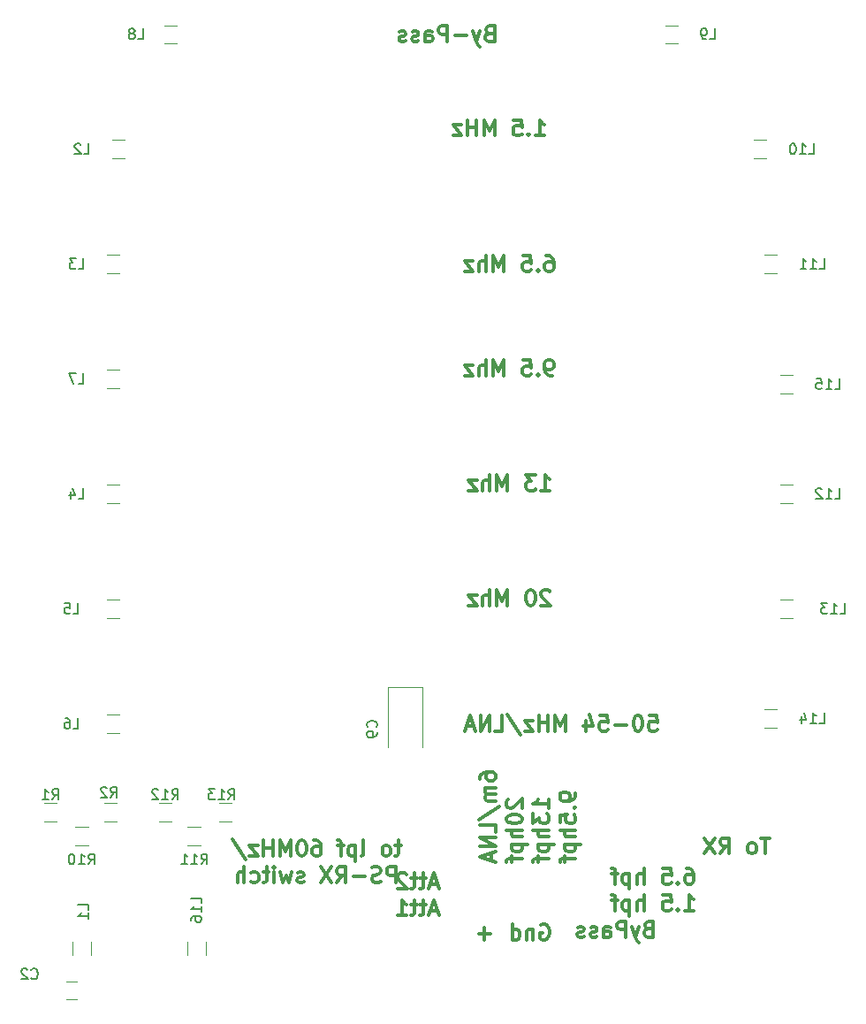
<source format=gbo>
G04 #@! TF.FileFunction,Legend,Bot*
%FSLAX46Y46*%
G04 Gerber Fmt 4.6, Leading zero omitted, Abs format (unit mm)*
G04 Created by KiCad (PCBNEW 4.0.7) date 01/10/18 20:42:15*
%MOMM*%
%LPD*%
G01*
G04 APERTURE LIST*
%ADD10C,0.100000*%
%ADD11C,0.300000*%
%ADD12C,0.120000*%
%ADD13C,0.150000*%
G04 APERTURE END LIST*
D10*
D11*
X161357142Y-84178571D02*
X162071428Y-84178571D01*
X162142857Y-84892857D01*
X162071428Y-84821429D01*
X161928571Y-84750000D01*
X161571428Y-84750000D01*
X161428571Y-84821429D01*
X161357142Y-84892857D01*
X161285714Y-85035714D01*
X161285714Y-85392857D01*
X161357142Y-85535714D01*
X161428571Y-85607143D01*
X161571428Y-85678571D01*
X161928571Y-85678571D01*
X162071428Y-85607143D01*
X162142857Y-85535714D01*
X160357143Y-84178571D02*
X160214286Y-84178571D01*
X160071429Y-84250000D01*
X160000000Y-84321429D01*
X159928571Y-84464286D01*
X159857143Y-84750000D01*
X159857143Y-85107143D01*
X159928571Y-85392857D01*
X160000000Y-85535714D01*
X160071429Y-85607143D01*
X160214286Y-85678571D01*
X160357143Y-85678571D01*
X160500000Y-85607143D01*
X160571429Y-85535714D01*
X160642857Y-85392857D01*
X160714286Y-85107143D01*
X160714286Y-84750000D01*
X160642857Y-84464286D01*
X160571429Y-84321429D01*
X160500000Y-84250000D01*
X160357143Y-84178571D01*
X159214286Y-85107143D02*
X158071429Y-85107143D01*
X156642857Y-84178571D02*
X157357143Y-84178571D01*
X157428572Y-84892857D01*
X157357143Y-84821429D01*
X157214286Y-84750000D01*
X156857143Y-84750000D01*
X156714286Y-84821429D01*
X156642857Y-84892857D01*
X156571429Y-85035714D01*
X156571429Y-85392857D01*
X156642857Y-85535714D01*
X156714286Y-85607143D01*
X156857143Y-85678571D01*
X157214286Y-85678571D01*
X157357143Y-85607143D01*
X157428572Y-85535714D01*
X155285715Y-84678571D02*
X155285715Y-85678571D01*
X155642858Y-84107143D02*
X156000001Y-85178571D01*
X155071429Y-85178571D01*
X153357144Y-85678571D02*
X153357144Y-84178571D01*
X152857144Y-85250000D01*
X152357144Y-84178571D01*
X152357144Y-85678571D01*
X151642858Y-85678571D02*
X151642858Y-84178571D01*
X151642858Y-84892857D02*
X150785715Y-84892857D01*
X150785715Y-85678571D02*
X150785715Y-84178571D01*
X150214286Y-84678571D02*
X149428572Y-84678571D01*
X150214286Y-85678571D01*
X149428572Y-85678571D01*
X147785715Y-84107143D02*
X149071429Y-86035714D01*
X146571428Y-85678571D02*
X147285714Y-85678571D01*
X147285714Y-84178571D01*
X146071428Y-85678571D02*
X146071428Y-84178571D01*
X145214285Y-85678571D01*
X145214285Y-84178571D01*
X144571428Y-85250000D02*
X143857142Y-85250000D01*
X144714285Y-85678571D02*
X144214285Y-84178571D01*
X143714285Y-85678571D01*
X151857143Y-72321429D02*
X151785714Y-72250000D01*
X151642857Y-72178571D01*
X151285714Y-72178571D01*
X151142857Y-72250000D01*
X151071428Y-72321429D01*
X151000000Y-72464286D01*
X151000000Y-72607143D01*
X151071428Y-72821429D01*
X151928571Y-73678571D01*
X151000000Y-73678571D01*
X150071429Y-72178571D02*
X149928572Y-72178571D01*
X149785715Y-72250000D01*
X149714286Y-72321429D01*
X149642857Y-72464286D01*
X149571429Y-72750000D01*
X149571429Y-73107143D01*
X149642857Y-73392857D01*
X149714286Y-73535714D01*
X149785715Y-73607143D01*
X149928572Y-73678571D01*
X150071429Y-73678571D01*
X150214286Y-73607143D01*
X150285715Y-73535714D01*
X150357143Y-73392857D01*
X150428572Y-73107143D01*
X150428572Y-72750000D01*
X150357143Y-72464286D01*
X150285715Y-72321429D01*
X150214286Y-72250000D01*
X150071429Y-72178571D01*
X147785715Y-73678571D02*
X147785715Y-72178571D01*
X147285715Y-73250000D01*
X146785715Y-72178571D01*
X146785715Y-73678571D01*
X146071429Y-73678571D02*
X146071429Y-72178571D01*
X145428572Y-73678571D02*
X145428572Y-72892857D01*
X145500001Y-72750000D01*
X145642858Y-72678571D01*
X145857143Y-72678571D01*
X146000001Y-72750000D01*
X146071429Y-72821429D01*
X144857143Y-72678571D02*
X144071429Y-72678571D01*
X144857143Y-73678571D01*
X144071429Y-73678571D01*
X151000000Y-62678571D02*
X151857143Y-62678571D01*
X151428571Y-62678571D02*
X151428571Y-61178571D01*
X151571428Y-61392857D01*
X151714286Y-61535714D01*
X151857143Y-61607143D01*
X150500000Y-61178571D02*
X149571429Y-61178571D01*
X150071429Y-61750000D01*
X149857143Y-61750000D01*
X149714286Y-61821429D01*
X149642857Y-61892857D01*
X149571429Y-62035714D01*
X149571429Y-62392857D01*
X149642857Y-62535714D01*
X149714286Y-62607143D01*
X149857143Y-62678571D01*
X150285715Y-62678571D01*
X150428572Y-62607143D01*
X150500000Y-62535714D01*
X147785715Y-62678571D02*
X147785715Y-61178571D01*
X147285715Y-62250000D01*
X146785715Y-61178571D01*
X146785715Y-62678571D01*
X146071429Y-62678571D02*
X146071429Y-61178571D01*
X145428572Y-62678571D02*
X145428572Y-61892857D01*
X145500001Y-61750000D01*
X145642858Y-61678571D01*
X145857143Y-61678571D01*
X146000001Y-61750000D01*
X146071429Y-61821429D01*
X144857143Y-61678571D02*
X144071429Y-61678571D01*
X144857143Y-62678571D01*
X144071429Y-62678571D01*
X152071429Y-51678571D02*
X151785714Y-51678571D01*
X151642857Y-51607143D01*
X151571429Y-51535714D01*
X151428571Y-51321429D01*
X151357143Y-51035714D01*
X151357143Y-50464286D01*
X151428571Y-50321429D01*
X151500000Y-50250000D01*
X151642857Y-50178571D01*
X151928571Y-50178571D01*
X152071429Y-50250000D01*
X152142857Y-50321429D01*
X152214286Y-50464286D01*
X152214286Y-50821429D01*
X152142857Y-50964286D01*
X152071429Y-51035714D01*
X151928571Y-51107143D01*
X151642857Y-51107143D01*
X151500000Y-51035714D01*
X151428571Y-50964286D01*
X151357143Y-50821429D01*
X150714286Y-51535714D02*
X150642858Y-51607143D01*
X150714286Y-51678571D01*
X150785715Y-51607143D01*
X150714286Y-51535714D01*
X150714286Y-51678571D01*
X149285714Y-50178571D02*
X150000000Y-50178571D01*
X150071429Y-50892857D01*
X150000000Y-50821429D01*
X149857143Y-50750000D01*
X149500000Y-50750000D01*
X149357143Y-50821429D01*
X149285714Y-50892857D01*
X149214286Y-51035714D01*
X149214286Y-51392857D01*
X149285714Y-51535714D01*
X149357143Y-51607143D01*
X149500000Y-51678571D01*
X149857143Y-51678571D01*
X150000000Y-51607143D01*
X150071429Y-51535714D01*
X147428572Y-51678571D02*
X147428572Y-50178571D01*
X146928572Y-51250000D01*
X146428572Y-50178571D01*
X146428572Y-51678571D01*
X145714286Y-51678571D02*
X145714286Y-50178571D01*
X145071429Y-51678571D02*
X145071429Y-50892857D01*
X145142858Y-50750000D01*
X145285715Y-50678571D01*
X145500000Y-50678571D01*
X145642858Y-50750000D01*
X145714286Y-50821429D01*
X144500000Y-50678571D02*
X143714286Y-50678571D01*
X144500000Y-51678571D01*
X143714286Y-51678571D01*
X151500000Y-40178571D02*
X151785714Y-40178571D01*
X151928571Y-40250000D01*
X152000000Y-40321429D01*
X152142857Y-40535714D01*
X152214286Y-40821429D01*
X152214286Y-41392857D01*
X152142857Y-41535714D01*
X152071429Y-41607143D01*
X151928571Y-41678571D01*
X151642857Y-41678571D01*
X151500000Y-41607143D01*
X151428571Y-41535714D01*
X151357143Y-41392857D01*
X151357143Y-41035714D01*
X151428571Y-40892857D01*
X151500000Y-40821429D01*
X151642857Y-40750000D01*
X151928571Y-40750000D01*
X152071429Y-40821429D01*
X152142857Y-40892857D01*
X152214286Y-41035714D01*
X150714286Y-41535714D02*
X150642858Y-41607143D01*
X150714286Y-41678571D01*
X150785715Y-41607143D01*
X150714286Y-41535714D01*
X150714286Y-41678571D01*
X149285714Y-40178571D02*
X150000000Y-40178571D01*
X150071429Y-40892857D01*
X150000000Y-40821429D01*
X149857143Y-40750000D01*
X149500000Y-40750000D01*
X149357143Y-40821429D01*
X149285714Y-40892857D01*
X149214286Y-41035714D01*
X149214286Y-41392857D01*
X149285714Y-41535714D01*
X149357143Y-41607143D01*
X149500000Y-41678571D01*
X149857143Y-41678571D01*
X150000000Y-41607143D01*
X150071429Y-41535714D01*
X147428572Y-41678571D02*
X147428572Y-40178571D01*
X146928572Y-41250000D01*
X146428572Y-40178571D01*
X146428572Y-41678571D01*
X145714286Y-41678571D02*
X145714286Y-40178571D01*
X145071429Y-41678571D02*
X145071429Y-40892857D01*
X145142858Y-40750000D01*
X145285715Y-40678571D01*
X145500000Y-40678571D01*
X145642858Y-40750000D01*
X145714286Y-40821429D01*
X144500000Y-40678571D02*
X143714286Y-40678571D01*
X144500000Y-41678571D01*
X143714286Y-41678571D01*
X150464286Y-28678571D02*
X151321429Y-28678571D01*
X150892857Y-28678571D02*
X150892857Y-27178571D01*
X151035714Y-27392857D01*
X151178572Y-27535714D01*
X151321429Y-27607143D01*
X149821429Y-28535714D02*
X149750001Y-28607143D01*
X149821429Y-28678571D01*
X149892858Y-28607143D01*
X149821429Y-28535714D01*
X149821429Y-28678571D01*
X148392857Y-27178571D02*
X149107143Y-27178571D01*
X149178572Y-27892857D01*
X149107143Y-27821429D01*
X148964286Y-27750000D01*
X148607143Y-27750000D01*
X148464286Y-27821429D01*
X148392857Y-27892857D01*
X148321429Y-28035714D01*
X148321429Y-28392857D01*
X148392857Y-28535714D01*
X148464286Y-28607143D01*
X148607143Y-28678571D01*
X148964286Y-28678571D01*
X149107143Y-28607143D01*
X149178572Y-28535714D01*
X146535715Y-28678571D02*
X146535715Y-27178571D01*
X146035715Y-28250000D01*
X145535715Y-27178571D01*
X145535715Y-28678571D01*
X144821429Y-28678571D02*
X144821429Y-27178571D01*
X144821429Y-27892857D02*
X143964286Y-27892857D01*
X143964286Y-28678571D02*
X143964286Y-27178571D01*
X143392857Y-27678571D02*
X142607143Y-27678571D01*
X143392857Y-28678571D01*
X142607143Y-28678571D01*
X146035714Y-18892857D02*
X145821428Y-18964286D01*
X145750000Y-19035714D01*
X145678571Y-19178571D01*
X145678571Y-19392857D01*
X145750000Y-19535714D01*
X145821428Y-19607143D01*
X145964286Y-19678571D01*
X146535714Y-19678571D01*
X146535714Y-18178571D01*
X146035714Y-18178571D01*
X145892857Y-18250000D01*
X145821428Y-18321429D01*
X145750000Y-18464286D01*
X145750000Y-18607143D01*
X145821428Y-18750000D01*
X145892857Y-18821429D01*
X146035714Y-18892857D01*
X146535714Y-18892857D01*
X145178571Y-18678571D02*
X144821428Y-19678571D01*
X144464286Y-18678571D02*
X144821428Y-19678571D01*
X144964286Y-20035714D01*
X145035714Y-20107143D01*
X145178571Y-20178571D01*
X143892857Y-19107143D02*
X142750000Y-19107143D01*
X142035714Y-19678571D02*
X142035714Y-18178571D01*
X141464286Y-18178571D01*
X141321428Y-18250000D01*
X141250000Y-18321429D01*
X141178571Y-18464286D01*
X141178571Y-18678571D01*
X141250000Y-18821429D01*
X141321428Y-18892857D01*
X141464286Y-18964286D01*
X142035714Y-18964286D01*
X139892857Y-19678571D02*
X139892857Y-18892857D01*
X139964286Y-18750000D01*
X140107143Y-18678571D01*
X140392857Y-18678571D01*
X140535714Y-18750000D01*
X139892857Y-19607143D02*
X140035714Y-19678571D01*
X140392857Y-19678571D01*
X140535714Y-19607143D01*
X140607143Y-19464286D01*
X140607143Y-19321429D01*
X140535714Y-19178571D01*
X140392857Y-19107143D01*
X140035714Y-19107143D01*
X139892857Y-19035714D01*
X139250000Y-19607143D02*
X139107143Y-19678571D01*
X138821428Y-19678571D01*
X138678571Y-19607143D01*
X138607143Y-19464286D01*
X138607143Y-19392857D01*
X138678571Y-19250000D01*
X138821428Y-19178571D01*
X139035714Y-19178571D01*
X139178571Y-19107143D01*
X139250000Y-18964286D01*
X139250000Y-18892857D01*
X139178571Y-18750000D01*
X139035714Y-18678571D01*
X138821428Y-18678571D01*
X138678571Y-18750000D01*
X138035714Y-19607143D02*
X137892857Y-19678571D01*
X137607142Y-19678571D01*
X137464285Y-19607143D01*
X137392857Y-19464286D01*
X137392857Y-19392857D01*
X137464285Y-19250000D01*
X137607142Y-19178571D01*
X137821428Y-19178571D01*
X137964285Y-19107143D01*
X138035714Y-18964286D01*
X138035714Y-18892857D01*
X137964285Y-18750000D01*
X137821428Y-18678571D01*
X137607142Y-18678571D01*
X137464285Y-18750000D01*
X172892857Y-95928571D02*
X172035714Y-95928571D01*
X172464285Y-97428571D02*
X172464285Y-95928571D01*
X171321428Y-97428571D02*
X171464286Y-97357143D01*
X171535714Y-97285714D01*
X171607143Y-97142857D01*
X171607143Y-96714286D01*
X171535714Y-96571429D01*
X171464286Y-96500000D01*
X171321428Y-96428571D01*
X171107143Y-96428571D01*
X170964286Y-96500000D01*
X170892857Y-96571429D01*
X170821428Y-96714286D01*
X170821428Y-97142857D01*
X170892857Y-97285714D01*
X170964286Y-97357143D01*
X171107143Y-97428571D01*
X171321428Y-97428571D01*
X168178571Y-97428571D02*
X168678571Y-96714286D01*
X169035714Y-97428571D02*
X169035714Y-95928571D01*
X168464286Y-95928571D01*
X168321428Y-96000000D01*
X168250000Y-96071429D01*
X168178571Y-96214286D01*
X168178571Y-96428571D01*
X168250000Y-96571429D01*
X168321428Y-96642857D01*
X168464286Y-96714286D01*
X169035714Y-96714286D01*
X167678571Y-95928571D02*
X166678571Y-97428571D01*
X166678571Y-95928571D02*
X167678571Y-97428571D01*
X137571429Y-96653571D02*
X137000000Y-96653571D01*
X137357143Y-96153571D02*
X137357143Y-97439286D01*
X137285715Y-97582143D01*
X137142857Y-97653571D01*
X137000000Y-97653571D01*
X136285714Y-97653571D02*
X136428572Y-97582143D01*
X136500000Y-97510714D01*
X136571429Y-97367857D01*
X136571429Y-96939286D01*
X136500000Y-96796429D01*
X136428572Y-96725000D01*
X136285714Y-96653571D01*
X136071429Y-96653571D01*
X135928572Y-96725000D01*
X135857143Y-96796429D01*
X135785714Y-96939286D01*
X135785714Y-97367857D01*
X135857143Y-97510714D01*
X135928572Y-97582143D01*
X136071429Y-97653571D01*
X136285714Y-97653571D01*
X133785714Y-97653571D02*
X133928572Y-97582143D01*
X134000000Y-97439286D01*
X134000000Y-96153571D01*
X133214286Y-96653571D02*
X133214286Y-98153571D01*
X133214286Y-96725000D02*
X133071429Y-96653571D01*
X132785715Y-96653571D01*
X132642858Y-96725000D01*
X132571429Y-96796429D01*
X132500000Y-96939286D01*
X132500000Y-97367857D01*
X132571429Y-97510714D01*
X132642858Y-97582143D01*
X132785715Y-97653571D01*
X133071429Y-97653571D01*
X133214286Y-97582143D01*
X132071429Y-96653571D02*
X131500000Y-96653571D01*
X131857143Y-97653571D02*
X131857143Y-96367857D01*
X131785715Y-96225000D01*
X131642857Y-96153571D01*
X131500000Y-96153571D01*
X129214286Y-96153571D02*
X129500000Y-96153571D01*
X129642857Y-96225000D01*
X129714286Y-96296429D01*
X129857143Y-96510714D01*
X129928572Y-96796429D01*
X129928572Y-97367857D01*
X129857143Y-97510714D01*
X129785715Y-97582143D01*
X129642857Y-97653571D01*
X129357143Y-97653571D01*
X129214286Y-97582143D01*
X129142857Y-97510714D01*
X129071429Y-97367857D01*
X129071429Y-97010714D01*
X129142857Y-96867857D01*
X129214286Y-96796429D01*
X129357143Y-96725000D01*
X129642857Y-96725000D01*
X129785715Y-96796429D01*
X129857143Y-96867857D01*
X129928572Y-97010714D01*
X128142858Y-96153571D02*
X128000001Y-96153571D01*
X127857144Y-96225000D01*
X127785715Y-96296429D01*
X127714286Y-96439286D01*
X127642858Y-96725000D01*
X127642858Y-97082143D01*
X127714286Y-97367857D01*
X127785715Y-97510714D01*
X127857144Y-97582143D01*
X128000001Y-97653571D01*
X128142858Y-97653571D01*
X128285715Y-97582143D01*
X128357144Y-97510714D01*
X128428572Y-97367857D01*
X128500001Y-97082143D01*
X128500001Y-96725000D01*
X128428572Y-96439286D01*
X128357144Y-96296429D01*
X128285715Y-96225000D01*
X128142858Y-96153571D01*
X127000001Y-97653571D02*
X127000001Y-96153571D01*
X126500001Y-97225000D01*
X126000001Y-96153571D01*
X126000001Y-97653571D01*
X125285715Y-97653571D02*
X125285715Y-96153571D01*
X125285715Y-96867857D02*
X124428572Y-96867857D01*
X124428572Y-97653571D02*
X124428572Y-96153571D01*
X123857143Y-96653571D02*
X123071429Y-96653571D01*
X123857143Y-97653571D01*
X123071429Y-97653571D01*
X121428572Y-96082143D02*
X122714286Y-98010714D01*
X137071428Y-100203571D02*
X137071428Y-98703571D01*
X136500000Y-98703571D01*
X136357142Y-98775000D01*
X136285714Y-98846429D01*
X136214285Y-98989286D01*
X136214285Y-99203571D01*
X136285714Y-99346429D01*
X136357142Y-99417857D01*
X136500000Y-99489286D01*
X137071428Y-99489286D01*
X135642857Y-100132143D02*
X135428571Y-100203571D01*
X135071428Y-100203571D01*
X134928571Y-100132143D01*
X134857142Y-100060714D01*
X134785714Y-99917857D01*
X134785714Y-99775000D01*
X134857142Y-99632143D01*
X134928571Y-99560714D01*
X135071428Y-99489286D01*
X135357142Y-99417857D01*
X135500000Y-99346429D01*
X135571428Y-99275000D01*
X135642857Y-99132143D01*
X135642857Y-98989286D01*
X135571428Y-98846429D01*
X135500000Y-98775000D01*
X135357142Y-98703571D01*
X135000000Y-98703571D01*
X134785714Y-98775000D01*
X134142857Y-99632143D02*
X133000000Y-99632143D01*
X131428571Y-100203571D02*
X131928571Y-99489286D01*
X132285714Y-100203571D02*
X132285714Y-98703571D01*
X131714286Y-98703571D01*
X131571428Y-98775000D01*
X131500000Y-98846429D01*
X131428571Y-98989286D01*
X131428571Y-99203571D01*
X131500000Y-99346429D01*
X131571428Y-99417857D01*
X131714286Y-99489286D01*
X132285714Y-99489286D01*
X130928571Y-98703571D02*
X129928571Y-100203571D01*
X129928571Y-98703571D02*
X130928571Y-100203571D01*
X128285715Y-100132143D02*
X128142858Y-100203571D01*
X127857143Y-100203571D01*
X127714286Y-100132143D01*
X127642858Y-99989286D01*
X127642858Y-99917857D01*
X127714286Y-99775000D01*
X127857143Y-99703571D01*
X128071429Y-99703571D01*
X128214286Y-99632143D01*
X128285715Y-99489286D01*
X128285715Y-99417857D01*
X128214286Y-99275000D01*
X128071429Y-99203571D01*
X127857143Y-99203571D01*
X127714286Y-99275000D01*
X127142857Y-99203571D02*
X126857143Y-100203571D01*
X126571429Y-99489286D01*
X126285714Y-100203571D01*
X126000000Y-99203571D01*
X125428571Y-100203571D02*
X125428571Y-99203571D01*
X125428571Y-98703571D02*
X125500000Y-98775000D01*
X125428571Y-98846429D01*
X125357143Y-98775000D01*
X125428571Y-98703571D01*
X125428571Y-98846429D01*
X124928571Y-99203571D02*
X124357142Y-99203571D01*
X124714285Y-98703571D02*
X124714285Y-99989286D01*
X124642857Y-100132143D01*
X124499999Y-100203571D01*
X124357142Y-100203571D01*
X123214285Y-100132143D02*
X123357142Y-100203571D01*
X123642856Y-100203571D01*
X123785714Y-100132143D01*
X123857142Y-100060714D01*
X123928571Y-99917857D01*
X123928571Y-99489286D01*
X123857142Y-99346429D01*
X123785714Y-99275000D01*
X123642856Y-99203571D01*
X123357142Y-99203571D01*
X123214285Y-99275000D01*
X122571428Y-100203571D02*
X122571428Y-98703571D01*
X121928571Y-100203571D02*
X121928571Y-99417857D01*
X122000000Y-99275000D01*
X122142857Y-99203571D01*
X122357142Y-99203571D01*
X122500000Y-99275000D01*
X122571428Y-99346429D01*
X145153571Y-90328571D02*
X145153571Y-90042857D01*
X145225000Y-89900000D01*
X145296429Y-89828571D01*
X145510714Y-89685714D01*
X145796429Y-89614285D01*
X146367857Y-89614285D01*
X146510714Y-89685714D01*
X146582143Y-89757142D01*
X146653571Y-89900000D01*
X146653571Y-90185714D01*
X146582143Y-90328571D01*
X146510714Y-90400000D01*
X146367857Y-90471428D01*
X146010714Y-90471428D01*
X145867857Y-90400000D01*
X145796429Y-90328571D01*
X145725000Y-90185714D01*
X145725000Y-89900000D01*
X145796429Y-89757142D01*
X145867857Y-89685714D01*
X146010714Y-89614285D01*
X146653571Y-91114285D02*
X145653571Y-91114285D01*
X145796429Y-91114285D02*
X145725000Y-91185713D01*
X145653571Y-91328571D01*
X145653571Y-91542856D01*
X145725000Y-91685713D01*
X145867857Y-91757142D01*
X146653571Y-91757142D01*
X145867857Y-91757142D02*
X145725000Y-91828571D01*
X145653571Y-91971428D01*
X145653571Y-92185713D01*
X145725000Y-92328571D01*
X145867857Y-92399999D01*
X146653571Y-92399999D01*
X145082143Y-94185713D02*
X147010714Y-92899999D01*
X146653571Y-95400000D02*
X146653571Y-94685714D01*
X145153571Y-94685714D01*
X146653571Y-95900000D02*
X145153571Y-95900000D01*
X146653571Y-96757143D01*
X145153571Y-96757143D01*
X146225000Y-97400000D02*
X146225000Y-98114286D01*
X146653571Y-97257143D02*
X145153571Y-97757143D01*
X146653571Y-98257143D01*
X147846429Y-92257143D02*
X147775000Y-92328572D01*
X147703571Y-92471429D01*
X147703571Y-92828572D01*
X147775000Y-92971429D01*
X147846429Y-93042858D01*
X147989286Y-93114286D01*
X148132143Y-93114286D01*
X148346429Y-93042858D01*
X149203571Y-92185715D01*
X149203571Y-93114286D01*
X147703571Y-94042857D02*
X147703571Y-94185714D01*
X147775000Y-94328571D01*
X147846429Y-94400000D01*
X147989286Y-94471429D01*
X148275000Y-94542857D01*
X148632143Y-94542857D01*
X148917857Y-94471429D01*
X149060714Y-94400000D01*
X149132143Y-94328571D01*
X149203571Y-94185714D01*
X149203571Y-94042857D01*
X149132143Y-93900000D01*
X149060714Y-93828571D01*
X148917857Y-93757143D01*
X148632143Y-93685714D01*
X148275000Y-93685714D01*
X147989286Y-93757143D01*
X147846429Y-93828571D01*
X147775000Y-93900000D01*
X147703571Y-94042857D01*
X149203571Y-95185714D02*
X147703571Y-95185714D01*
X149203571Y-95828571D02*
X148417857Y-95828571D01*
X148275000Y-95757142D01*
X148203571Y-95614285D01*
X148203571Y-95400000D01*
X148275000Y-95257142D01*
X148346429Y-95185714D01*
X148203571Y-96542857D02*
X149703571Y-96542857D01*
X148275000Y-96542857D02*
X148203571Y-96685714D01*
X148203571Y-96971428D01*
X148275000Y-97114285D01*
X148346429Y-97185714D01*
X148489286Y-97257143D01*
X148917857Y-97257143D01*
X149060714Y-97185714D01*
X149132143Y-97114285D01*
X149203571Y-96971428D01*
X149203571Y-96685714D01*
X149132143Y-96542857D01*
X148203571Y-97685714D02*
X148203571Y-98257143D01*
X149203571Y-97900000D02*
X147917857Y-97900000D01*
X147775000Y-97971428D01*
X147703571Y-98114286D01*
X147703571Y-98257143D01*
X151753571Y-93114286D02*
X151753571Y-92257143D01*
X151753571Y-92685715D02*
X150253571Y-92685715D01*
X150467857Y-92542858D01*
X150610714Y-92400000D01*
X150682143Y-92257143D01*
X150253571Y-93614286D02*
X150253571Y-94542857D01*
X150825000Y-94042857D01*
X150825000Y-94257143D01*
X150896429Y-94400000D01*
X150967857Y-94471429D01*
X151110714Y-94542857D01*
X151467857Y-94542857D01*
X151610714Y-94471429D01*
X151682143Y-94400000D01*
X151753571Y-94257143D01*
X151753571Y-93828571D01*
X151682143Y-93685714D01*
X151610714Y-93614286D01*
X151753571Y-95185714D02*
X150253571Y-95185714D01*
X151753571Y-95828571D02*
X150967857Y-95828571D01*
X150825000Y-95757142D01*
X150753571Y-95614285D01*
X150753571Y-95400000D01*
X150825000Y-95257142D01*
X150896429Y-95185714D01*
X150753571Y-96542857D02*
X152253571Y-96542857D01*
X150825000Y-96542857D02*
X150753571Y-96685714D01*
X150753571Y-96971428D01*
X150825000Y-97114285D01*
X150896429Y-97185714D01*
X151039286Y-97257143D01*
X151467857Y-97257143D01*
X151610714Y-97185714D01*
X151682143Y-97114285D01*
X151753571Y-96971428D01*
X151753571Y-96685714D01*
X151682143Y-96542857D01*
X150753571Y-97685714D02*
X150753571Y-98257143D01*
X151753571Y-97900000D02*
X150467857Y-97900000D01*
X150325000Y-97971428D01*
X150253571Y-98114286D01*
X150253571Y-98257143D01*
X154303571Y-91685714D02*
X154303571Y-91971429D01*
X154232143Y-92114286D01*
X154160714Y-92185714D01*
X153946429Y-92328572D01*
X153660714Y-92400000D01*
X153089286Y-92400000D01*
X152946429Y-92328572D01*
X152875000Y-92257143D01*
X152803571Y-92114286D01*
X152803571Y-91828572D01*
X152875000Y-91685714D01*
X152946429Y-91614286D01*
X153089286Y-91542857D01*
X153446429Y-91542857D01*
X153589286Y-91614286D01*
X153660714Y-91685714D01*
X153732143Y-91828572D01*
X153732143Y-92114286D01*
X153660714Y-92257143D01*
X153589286Y-92328572D01*
X153446429Y-92400000D01*
X154160714Y-93042857D02*
X154232143Y-93114285D01*
X154303571Y-93042857D01*
X154232143Y-92971428D01*
X154160714Y-93042857D01*
X154303571Y-93042857D01*
X152803571Y-94471429D02*
X152803571Y-93757143D01*
X153517857Y-93685714D01*
X153446429Y-93757143D01*
X153375000Y-93900000D01*
X153375000Y-94257143D01*
X153446429Y-94400000D01*
X153517857Y-94471429D01*
X153660714Y-94542857D01*
X154017857Y-94542857D01*
X154160714Y-94471429D01*
X154232143Y-94400000D01*
X154303571Y-94257143D01*
X154303571Y-93900000D01*
X154232143Y-93757143D01*
X154160714Y-93685714D01*
X154303571Y-95185714D02*
X152803571Y-95185714D01*
X154303571Y-95828571D02*
X153517857Y-95828571D01*
X153375000Y-95757142D01*
X153303571Y-95614285D01*
X153303571Y-95400000D01*
X153375000Y-95257142D01*
X153446429Y-95185714D01*
X153303571Y-96542857D02*
X154803571Y-96542857D01*
X153375000Y-96542857D02*
X153303571Y-96685714D01*
X153303571Y-96971428D01*
X153375000Y-97114285D01*
X153446429Y-97185714D01*
X153589286Y-97257143D01*
X154017857Y-97257143D01*
X154160714Y-97185714D01*
X154232143Y-97114285D01*
X154303571Y-96971428D01*
X154303571Y-96685714D01*
X154232143Y-96542857D01*
X153303571Y-97685714D02*
X153303571Y-98257143D01*
X154303571Y-97900000D02*
X153017857Y-97900000D01*
X152875000Y-97971428D01*
X152803571Y-98114286D01*
X152803571Y-98257143D01*
X164914285Y-98828571D02*
X165199999Y-98828571D01*
X165342856Y-98900000D01*
X165414285Y-98971429D01*
X165557142Y-99185714D01*
X165628571Y-99471429D01*
X165628571Y-100042857D01*
X165557142Y-100185714D01*
X165485714Y-100257143D01*
X165342856Y-100328571D01*
X165057142Y-100328571D01*
X164914285Y-100257143D01*
X164842856Y-100185714D01*
X164771428Y-100042857D01*
X164771428Y-99685714D01*
X164842856Y-99542857D01*
X164914285Y-99471429D01*
X165057142Y-99400000D01*
X165342856Y-99400000D01*
X165485714Y-99471429D01*
X165557142Y-99542857D01*
X165628571Y-99685714D01*
X164128571Y-100185714D02*
X164057143Y-100257143D01*
X164128571Y-100328571D01*
X164200000Y-100257143D01*
X164128571Y-100185714D01*
X164128571Y-100328571D01*
X162699999Y-98828571D02*
X163414285Y-98828571D01*
X163485714Y-99542857D01*
X163414285Y-99471429D01*
X163271428Y-99400000D01*
X162914285Y-99400000D01*
X162771428Y-99471429D01*
X162699999Y-99542857D01*
X162628571Y-99685714D01*
X162628571Y-100042857D01*
X162699999Y-100185714D01*
X162771428Y-100257143D01*
X162914285Y-100328571D01*
X163271428Y-100328571D01*
X163414285Y-100257143D01*
X163485714Y-100185714D01*
X160842857Y-100328571D02*
X160842857Y-98828571D01*
X160200000Y-100328571D02*
X160200000Y-99542857D01*
X160271429Y-99400000D01*
X160414286Y-99328571D01*
X160628571Y-99328571D01*
X160771429Y-99400000D01*
X160842857Y-99471429D01*
X159485714Y-99328571D02*
X159485714Y-100828571D01*
X159485714Y-99400000D02*
X159342857Y-99328571D01*
X159057143Y-99328571D01*
X158914286Y-99400000D01*
X158842857Y-99471429D01*
X158771428Y-99614286D01*
X158771428Y-100042857D01*
X158842857Y-100185714D01*
X158914286Y-100257143D01*
X159057143Y-100328571D01*
X159342857Y-100328571D01*
X159485714Y-100257143D01*
X158342857Y-99328571D02*
X157771428Y-99328571D01*
X158128571Y-100328571D02*
X158128571Y-99042857D01*
X158057143Y-98900000D01*
X157914285Y-98828571D01*
X157771428Y-98828571D01*
X164771428Y-102878571D02*
X165628571Y-102878571D01*
X165199999Y-102878571D02*
X165199999Y-101378571D01*
X165342856Y-101592857D01*
X165485714Y-101735714D01*
X165628571Y-101807143D01*
X164128571Y-102735714D02*
X164057143Y-102807143D01*
X164128571Y-102878571D01*
X164200000Y-102807143D01*
X164128571Y-102735714D01*
X164128571Y-102878571D01*
X162699999Y-101378571D02*
X163414285Y-101378571D01*
X163485714Y-102092857D01*
X163414285Y-102021429D01*
X163271428Y-101950000D01*
X162914285Y-101950000D01*
X162771428Y-102021429D01*
X162699999Y-102092857D01*
X162628571Y-102235714D01*
X162628571Y-102592857D01*
X162699999Y-102735714D01*
X162771428Y-102807143D01*
X162914285Y-102878571D01*
X163271428Y-102878571D01*
X163414285Y-102807143D01*
X163485714Y-102735714D01*
X160842857Y-102878571D02*
X160842857Y-101378571D01*
X160200000Y-102878571D02*
X160200000Y-102092857D01*
X160271429Y-101950000D01*
X160414286Y-101878571D01*
X160628571Y-101878571D01*
X160771429Y-101950000D01*
X160842857Y-102021429D01*
X159485714Y-101878571D02*
X159485714Y-103378571D01*
X159485714Y-101950000D02*
X159342857Y-101878571D01*
X159057143Y-101878571D01*
X158914286Y-101950000D01*
X158842857Y-102021429D01*
X158771428Y-102164286D01*
X158771428Y-102592857D01*
X158842857Y-102735714D01*
X158914286Y-102807143D01*
X159057143Y-102878571D01*
X159342857Y-102878571D01*
X159485714Y-102807143D01*
X158342857Y-101878571D02*
X157771428Y-101878571D01*
X158128571Y-102878571D02*
X158128571Y-101592857D01*
X158057143Y-101450000D01*
X157914285Y-101378571D01*
X157771428Y-101378571D01*
X161271429Y-104642857D02*
X161057143Y-104714286D01*
X160985715Y-104785714D01*
X160914286Y-104928571D01*
X160914286Y-105142857D01*
X160985715Y-105285714D01*
X161057143Y-105357143D01*
X161200001Y-105428571D01*
X161771429Y-105428571D01*
X161771429Y-103928571D01*
X161271429Y-103928571D01*
X161128572Y-104000000D01*
X161057143Y-104071429D01*
X160985715Y-104214286D01*
X160985715Y-104357143D01*
X161057143Y-104500000D01*
X161128572Y-104571429D01*
X161271429Y-104642857D01*
X161771429Y-104642857D01*
X160414286Y-104428571D02*
X160057143Y-105428571D01*
X159700001Y-104428571D02*
X160057143Y-105428571D01*
X160200001Y-105785714D01*
X160271429Y-105857143D01*
X160414286Y-105928571D01*
X159128572Y-105428571D02*
X159128572Y-103928571D01*
X158557144Y-103928571D01*
X158414286Y-104000000D01*
X158342858Y-104071429D01*
X158271429Y-104214286D01*
X158271429Y-104428571D01*
X158342858Y-104571429D01*
X158414286Y-104642857D01*
X158557144Y-104714286D01*
X159128572Y-104714286D01*
X156985715Y-105428571D02*
X156985715Y-104642857D01*
X157057144Y-104500000D01*
X157200001Y-104428571D01*
X157485715Y-104428571D01*
X157628572Y-104500000D01*
X156985715Y-105357143D02*
X157128572Y-105428571D01*
X157485715Y-105428571D01*
X157628572Y-105357143D01*
X157700001Y-105214286D01*
X157700001Y-105071429D01*
X157628572Y-104928571D01*
X157485715Y-104857143D01*
X157128572Y-104857143D01*
X156985715Y-104785714D01*
X156342858Y-105357143D02*
X156200001Y-105428571D01*
X155914286Y-105428571D01*
X155771429Y-105357143D01*
X155700001Y-105214286D01*
X155700001Y-105142857D01*
X155771429Y-105000000D01*
X155914286Y-104928571D01*
X156128572Y-104928571D01*
X156271429Y-104857143D01*
X156342858Y-104714286D01*
X156342858Y-104642857D01*
X156271429Y-104500000D01*
X156128572Y-104428571D01*
X155914286Y-104428571D01*
X155771429Y-104500000D01*
X155128572Y-105357143D02*
X154985715Y-105428571D01*
X154700000Y-105428571D01*
X154557143Y-105357143D01*
X154485715Y-105214286D01*
X154485715Y-105142857D01*
X154557143Y-105000000D01*
X154700000Y-104928571D01*
X154914286Y-104928571D01*
X155057143Y-104857143D01*
X155128572Y-104714286D01*
X155128572Y-104642857D01*
X155057143Y-104500000D01*
X154914286Y-104428571D01*
X154700000Y-104428571D01*
X154557143Y-104500000D01*
X141114286Y-100375000D02*
X140400000Y-100375000D01*
X141257143Y-100803571D02*
X140757143Y-99303571D01*
X140257143Y-100803571D01*
X139971429Y-99803571D02*
X139400000Y-99803571D01*
X139757143Y-99303571D02*
X139757143Y-100589286D01*
X139685715Y-100732143D01*
X139542857Y-100803571D01*
X139400000Y-100803571D01*
X139114286Y-99803571D02*
X138542857Y-99803571D01*
X138900000Y-99303571D02*
X138900000Y-100589286D01*
X138828572Y-100732143D01*
X138685714Y-100803571D01*
X138542857Y-100803571D01*
X138114286Y-99446429D02*
X138042857Y-99375000D01*
X137900000Y-99303571D01*
X137542857Y-99303571D01*
X137400000Y-99375000D01*
X137328571Y-99446429D01*
X137257143Y-99589286D01*
X137257143Y-99732143D01*
X137328571Y-99946429D01*
X138185714Y-100803571D01*
X137257143Y-100803571D01*
X141114286Y-102925000D02*
X140400000Y-102925000D01*
X141257143Y-103353571D02*
X140757143Y-101853571D01*
X140257143Y-103353571D01*
X139971429Y-102353571D02*
X139400000Y-102353571D01*
X139757143Y-101853571D02*
X139757143Y-103139286D01*
X139685715Y-103282143D01*
X139542857Y-103353571D01*
X139400000Y-103353571D01*
X139114286Y-102353571D02*
X138542857Y-102353571D01*
X138900000Y-101853571D02*
X138900000Y-103139286D01*
X138828572Y-103282143D01*
X138685714Y-103353571D01*
X138542857Y-103353571D01*
X137257143Y-103353571D02*
X138114286Y-103353571D01*
X137685714Y-103353571D02*
X137685714Y-101853571D01*
X137828571Y-102067857D01*
X137971429Y-102210714D01*
X138114286Y-102282143D01*
X146171428Y-105107143D02*
X145028571Y-105107143D01*
X145600000Y-105678571D02*
X145600000Y-104535714D01*
X150964286Y-104250000D02*
X151107143Y-104178571D01*
X151321429Y-104178571D01*
X151535714Y-104250000D01*
X151678572Y-104392857D01*
X151750000Y-104535714D01*
X151821429Y-104821429D01*
X151821429Y-105035714D01*
X151750000Y-105321429D01*
X151678572Y-105464286D01*
X151535714Y-105607143D01*
X151321429Y-105678571D01*
X151178572Y-105678571D01*
X150964286Y-105607143D01*
X150892857Y-105535714D01*
X150892857Y-105035714D01*
X151178572Y-105035714D01*
X150250000Y-104678571D02*
X150250000Y-105678571D01*
X150250000Y-104821429D02*
X150178572Y-104750000D01*
X150035714Y-104678571D01*
X149821429Y-104678571D01*
X149678572Y-104750000D01*
X149607143Y-104892857D01*
X149607143Y-105678571D01*
X148250000Y-105678571D02*
X148250000Y-104178571D01*
X148250000Y-105607143D02*
X148392857Y-105678571D01*
X148678571Y-105678571D01*
X148821429Y-105607143D01*
X148892857Y-105535714D01*
X148964286Y-105392857D01*
X148964286Y-104964286D01*
X148892857Y-104821429D01*
X148821429Y-104750000D01*
X148678571Y-104678571D01*
X148392857Y-104678571D01*
X148250000Y-104750000D01*
D12*
X105500000Y-109650000D02*
X106500000Y-109650000D01*
X106500000Y-111350000D02*
X105500000Y-111350000D01*
X103400000Y-94380000D02*
X104600000Y-94380000D01*
X104600000Y-92620000D02*
X103400000Y-92620000D01*
X110350000Y-92620000D02*
X109150000Y-92620000D01*
X109150000Y-94380000D02*
X110350000Y-94380000D01*
X107600000Y-94870000D02*
X106400000Y-94870000D01*
X106400000Y-96630000D02*
X107600000Y-96630000D01*
X118350000Y-94870000D02*
X117150000Y-94870000D01*
X117150000Y-96630000D02*
X118350000Y-96630000D01*
X114400000Y-94380000D02*
X115600000Y-94380000D01*
X115600000Y-92620000D02*
X114400000Y-92620000D01*
X121350000Y-92620000D02*
X120150000Y-92620000D01*
X120150000Y-94380000D02*
X121350000Y-94380000D01*
X106120000Y-105900000D02*
X106120000Y-107100000D01*
X107880000Y-107100000D02*
X107880000Y-105900000D01*
X111100000Y-29120000D02*
X109900000Y-29120000D01*
X109900000Y-30880000D02*
X111100000Y-30880000D01*
X109400000Y-41880000D02*
X110600000Y-41880000D01*
X110600000Y-40120000D02*
X109400000Y-40120000D01*
X109400000Y-63880000D02*
X110600000Y-63880000D01*
X110600000Y-62120000D02*
X109400000Y-62120000D01*
X109400000Y-74880000D02*
X110600000Y-74880000D01*
X110600000Y-73120000D02*
X109400000Y-73120000D01*
X109400000Y-85880000D02*
X110600000Y-85880000D01*
X110600000Y-84120000D02*
X109400000Y-84120000D01*
X109400000Y-52880000D02*
X110600000Y-52880000D01*
X110600000Y-51120000D02*
X109400000Y-51120000D01*
X114900000Y-19880000D02*
X116100000Y-19880000D01*
X116100000Y-18120000D02*
X114900000Y-18120000D01*
X162900000Y-19880000D02*
X164100000Y-19880000D01*
X164100000Y-18120000D02*
X162900000Y-18120000D01*
X172600000Y-29120000D02*
X171400000Y-29120000D01*
X171400000Y-30880000D02*
X172600000Y-30880000D01*
X172400000Y-41880000D02*
X173600000Y-41880000D01*
X173600000Y-40120000D02*
X172400000Y-40120000D01*
X173900000Y-63880000D02*
X175100000Y-63880000D01*
X175100000Y-62120000D02*
X173900000Y-62120000D01*
X173900000Y-74880000D02*
X175100000Y-74880000D01*
X175100000Y-73120000D02*
X173900000Y-73120000D01*
X172400000Y-85380000D02*
X173600000Y-85380000D01*
X173600000Y-83620000D02*
X172400000Y-83620000D01*
X173900000Y-53380000D02*
X175100000Y-53380000D01*
X175100000Y-51620000D02*
X173900000Y-51620000D01*
X118880000Y-107100000D02*
X118880000Y-105900000D01*
X117120000Y-105900000D02*
X117120000Y-107100000D01*
X136350000Y-81450000D02*
X136350000Y-87250000D01*
X139650000Y-81450000D02*
X139650000Y-87250000D01*
X136350000Y-81450000D02*
X139650000Y-81450000D01*
D13*
X102166666Y-109357143D02*
X102214285Y-109404762D01*
X102357142Y-109452381D01*
X102452380Y-109452381D01*
X102595238Y-109404762D01*
X102690476Y-109309524D01*
X102738095Y-109214286D01*
X102785714Y-109023810D01*
X102785714Y-108880952D01*
X102738095Y-108690476D01*
X102690476Y-108595238D01*
X102595238Y-108500000D01*
X102452380Y-108452381D01*
X102357142Y-108452381D01*
X102214285Y-108500000D01*
X102166666Y-108547619D01*
X101785714Y-108547619D02*
X101738095Y-108500000D01*
X101642857Y-108452381D01*
X101404761Y-108452381D01*
X101309523Y-108500000D01*
X101261904Y-108547619D01*
X101214285Y-108642857D01*
X101214285Y-108738095D01*
X101261904Y-108880952D01*
X101833333Y-109452381D01*
X101214285Y-109452381D01*
X104166666Y-92252381D02*
X104500000Y-91776190D01*
X104738095Y-92252381D02*
X104738095Y-91252381D01*
X104357142Y-91252381D01*
X104261904Y-91300000D01*
X104214285Y-91347619D01*
X104166666Y-91442857D01*
X104166666Y-91585714D01*
X104214285Y-91680952D01*
X104261904Y-91728571D01*
X104357142Y-91776190D01*
X104738095Y-91776190D01*
X103214285Y-92252381D02*
X103785714Y-92252381D01*
X103500000Y-92252381D02*
X103500000Y-91252381D01*
X103595238Y-91395238D01*
X103690476Y-91490476D01*
X103785714Y-91538095D01*
X109766666Y-92052381D02*
X110100000Y-91576190D01*
X110338095Y-92052381D02*
X110338095Y-91052381D01*
X109957142Y-91052381D01*
X109861904Y-91100000D01*
X109814285Y-91147619D01*
X109766666Y-91242857D01*
X109766666Y-91385714D01*
X109814285Y-91480952D01*
X109861904Y-91528571D01*
X109957142Y-91576190D01*
X110338095Y-91576190D01*
X109385714Y-91147619D02*
X109338095Y-91100000D01*
X109242857Y-91052381D01*
X109004761Y-91052381D01*
X108909523Y-91100000D01*
X108861904Y-91147619D01*
X108814285Y-91242857D01*
X108814285Y-91338095D01*
X108861904Y-91480952D01*
X109433333Y-92052381D01*
X108814285Y-92052381D01*
X107642857Y-98452381D02*
X107976191Y-97976190D01*
X108214286Y-98452381D02*
X108214286Y-97452381D01*
X107833333Y-97452381D01*
X107738095Y-97500000D01*
X107690476Y-97547619D01*
X107642857Y-97642857D01*
X107642857Y-97785714D01*
X107690476Y-97880952D01*
X107738095Y-97928571D01*
X107833333Y-97976190D01*
X108214286Y-97976190D01*
X106690476Y-98452381D02*
X107261905Y-98452381D01*
X106976191Y-98452381D02*
X106976191Y-97452381D01*
X107071429Y-97595238D01*
X107166667Y-97690476D01*
X107261905Y-97738095D01*
X106071429Y-97452381D02*
X105976190Y-97452381D01*
X105880952Y-97500000D01*
X105833333Y-97547619D01*
X105785714Y-97642857D01*
X105738095Y-97833333D01*
X105738095Y-98071429D01*
X105785714Y-98261905D01*
X105833333Y-98357143D01*
X105880952Y-98404762D01*
X105976190Y-98452381D01*
X106071429Y-98452381D01*
X106166667Y-98404762D01*
X106214286Y-98357143D01*
X106261905Y-98261905D01*
X106309524Y-98071429D01*
X106309524Y-97833333D01*
X106261905Y-97642857D01*
X106214286Y-97547619D01*
X106166667Y-97500000D01*
X106071429Y-97452381D01*
X118442857Y-98452381D02*
X118776191Y-97976190D01*
X119014286Y-98452381D02*
X119014286Y-97452381D01*
X118633333Y-97452381D01*
X118538095Y-97500000D01*
X118490476Y-97547619D01*
X118442857Y-97642857D01*
X118442857Y-97785714D01*
X118490476Y-97880952D01*
X118538095Y-97928571D01*
X118633333Y-97976190D01*
X119014286Y-97976190D01*
X117490476Y-98452381D02*
X118061905Y-98452381D01*
X117776191Y-98452381D02*
X117776191Y-97452381D01*
X117871429Y-97595238D01*
X117966667Y-97690476D01*
X118061905Y-97738095D01*
X116538095Y-98452381D02*
X117109524Y-98452381D01*
X116823810Y-98452381D02*
X116823810Y-97452381D01*
X116919048Y-97595238D01*
X117014286Y-97690476D01*
X117109524Y-97738095D01*
X115642857Y-92252381D02*
X115976191Y-91776190D01*
X116214286Y-92252381D02*
X116214286Y-91252381D01*
X115833333Y-91252381D01*
X115738095Y-91300000D01*
X115690476Y-91347619D01*
X115642857Y-91442857D01*
X115642857Y-91585714D01*
X115690476Y-91680952D01*
X115738095Y-91728571D01*
X115833333Y-91776190D01*
X116214286Y-91776190D01*
X114690476Y-92252381D02*
X115261905Y-92252381D01*
X114976191Y-92252381D02*
X114976191Y-91252381D01*
X115071429Y-91395238D01*
X115166667Y-91490476D01*
X115261905Y-91538095D01*
X114309524Y-91347619D02*
X114261905Y-91300000D01*
X114166667Y-91252381D01*
X113928571Y-91252381D01*
X113833333Y-91300000D01*
X113785714Y-91347619D01*
X113738095Y-91442857D01*
X113738095Y-91538095D01*
X113785714Y-91680952D01*
X114357143Y-92252381D01*
X113738095Y-92252381D01*
X121042857Y-92252381D02*
X121376191Y-91776190D01*
X121614286Y-92252381D02*
X121614286Y-91252381D01*
X121233333Y-91252381D01*
X121138095Y-91300000D01*
X121090476Y-91347619D01*
X121042857Y-91442857D01*
X121042857Y-91585714D01*
X121090476Y-91680952D01*
X121138095Y-91728571D01*
X121233333Y-91776190D01*
X121614286Y-91776190D01*
X120090476Y-92252381D02*
X120661905Y-92252381D01*
X120376191Y-92252381D02*
X120376191Y-91252381D01*
X120471429Y-91395238D01*
X120566667Y-91490476D01*
X120661905Y-91538095D01*
X119757143Y-91252381D02*
X119138095Y-91252381D01*
X119471429Y-91633333D01*
X119328571Y-91633333D01*
X119233333Y-91680952D01*
X119185714Y-91728571D01*
X119138095Y-91823810D01*
X119138095Y-92061905D01*
X119185714Y-92157143D01*
X119233333Y-92204762D01*
X119328571Y-92252381D01*
X119614286Y-92252381D01*
X119709524Y-92204762D01*
X119757143Y-92157143D01*
X107652381Y-102833334D02*
X107652381Y-102357143D01*
X106652381Y-102357143D01*
X107652381Y-103690477D02*
X107652381Y-103119048D01*
X107652381Y-103404762D02*
X106652381Y-103404762D01*
X106795238Y-103309524D01*
X106890476Y-103214286D01*
X106938095Y-103119048D01*
X107166666Y-30452381D02*
X107642857Y-30452381D01*
X107642857Y-29452381D01*
X106880952Y-29547619D02*
X106833333Y-29500000D01*
X106738095Y-29452381D01*
X106499999Y-29452381D01*
X106404761Y-29500000D01*
X106357142Y-29547619D01*
X106309523Y-29642857D01*
X106309523Y-29738095D01*
X106357142Y-29880952D01*
X106928571Y-30452381D01*
X106309523Y-30452381D01*
X106666666Y-41452381D02*
X107142857Y-41452381D01*
X107142857Y-40452381D01*
X106428571Y-40452381D02*
X105809523Y-40452381D01*
X106142857Y-40833333D01*
X105999999Y-40833333D01*
X105904761Y-40880952D01*
X105857142Y-40928571D01*
X105809523Y-41023810D01*
X105809523Y-41261905D01*
X105857142Y-41357143D01*
X105904761Y-41404762D01*
X105999999Y-41452381D01*
X106285714Y-41452381D01*
X106380952Y-41404762D01*
X106428571Y-41357143D01*
X106666666Y-63452381D02*
X107142857Y-63452381D01*
X107142857Y-62452381D01*
X105904761Y-62785714D02*
X105904761Y-63452381D01*
X106142857Y-62404762D02*
X106380952Y-63119048D01*
X105761904Y-63119048D01*
X106166666Y-74452381D02*
X106642857Y-74452381D01*
X106642857Y-73452381D01*
X105357142Y-73452381D02*
X105833333Y-73452381D01*
X105880952Y-73928571D01*
X105833333Y-73880952D01*
X105738095Y-73833333D01*
X105499999Y-73833333D01*
X105404761Y-73880952D01*
X105357142Y-73928571D01*
X105309523Y-74023810D01*
X105309523Y-74261905D01*
X105357142Y-74357143D01*
X105404761Y-74404762D01*
X105499999Y-74452381D01*
X105738095Y-74452381D01*
X105833333Y-74404762D01*
X105880952Y-74357143D01*
X106166666Y-85452381D02*
X106642857Y-85452381D01*
X106642857Y-84452381D01*
X105404761Y-84452381D02*
X105595238Y-84452381D01*
X105690476Y-84500000D01*
X105738095Y-84547619D01*
X105833333Y-84690476D01*
X105880952Y-84880952D01*
X105880952Y-85261905D01*
X105833333Y-85357143D01*
X105785714Y-85404762D01*
X105690476Y-85452381D01*
X105499999Y-85452381D01*
X105404761Y-85404762D01*
X105357142Y-85357143D01*
X105309523Y-85261905D01*
X105309523Y-85023810D01*
X105357142Y-84928571D01*
X105404761Y-84880952D01*
X105499999Y-84833333D01*
X105690476Y-84833333D01*
X105785714Y-84880952D01*
X105833333Y-84928571D01*
X105880952Y-85023810D01*
X106666666Y-52452381D02*
X107142857Y-52452381D01*
X107142857Y-51452381D01*
X106428571Y-51452381D02*
X105761904Y-51452381D01*
X106190476Y-52452381D01*
X112366666Y-19452381D02*
X112842857Y-19452381D01*
X112842857Y-18452381D01*
X111890476Y-18880952D02*
X111985714Y-18833333D01*
X112033333Y-18785714D01*
X112080952Y-18690476D01*
X112080952Y-18642857D01*
X112033333Y-18547619D01*
X111985714Y-18500000D01*
X111890476Y-18452381D01*
X111699999Y-18452381D01*
X111604761Y-18500000D01*
X111557142Y-18547619D01*
X111509523Y-18642857D01*
X111509523Y-18690476D01*
X111557142Y-18785714D01*
X111604761Y-18833333D01*
X111699999Y-18880952D01*
X111890476Y-18880952D01*
X111985714Y-18928571D01*
X112033333Y-18976190D01*
X112080952Y-19071429D01*
X112080952Y-19261905D01*
X112033333Y-19357143D01*
X111985714Y-19404762D01*
X111890476Y-19452381D01*
X111699999Y-19452381D01*
X111604761Y-19404762D01*
X111557142Y-19357143D01*
X111509523Y-19261905D01*
X111509523Y-19071429D01*
X111557142Y-18976190D01*
X111604761Y-18928571D01*
X111699999Y-18880952D01*
X167166666Y-19452381D02*
X167642857Y-19452381D01*
X167642857Y-18452381D01*
X166785714Y-19452381D02*
X166595238Y-19452381D01*
X166499999Y-19404762D01*
X166452380Y-19357143D01*
X166357142Y-19214286D01*
X166309523Y-19023810D01*
X166309523Y-18642857D01*
X166357142Y-18547619D01*
X166404761Y-18500000D01*
X166499999Y-18452381D01*
X166690476Y-18452381D01*
X166785714Y-18500000D01*
X166833333Y-18547619D01*
X166880952Y-18642857D01*
X166880952Y-18880952D01*
X166833333Y-18976190D01*
X166785714Y-19023810D01*
X166690476Y-19071429D01*
X166499999Y-19071429D01*
X166404761Y-19023810D01*
X166357142Y-18976190D01*
X166309523Y-18880952D01*
X176642857Y-30452381D02*
X177119048Y-30452381D01*
X177119048Y-29452381D01*
X175785714Y-30452381D02*
X176357143Y-30452381D01*
X176071429Y-30452381D02*
X176071429Y-29452381D01*
X176166667Y-29595238D01*
X176261905Y-29690476D01*
X176357143Y-29738095D01*
X175166667Y-29452381D02*
X175071428Y-29452381D01*
X174976190Y-29500000D01*
X174928571Y-29547619D01*
X174880952Y-29642857D01*
X174833333Y-29833333D01*
X174833333Y-30071429D01*
X174880952Y-30261905D01*
X174928571Y-30357143D01*
X174976190Y-30404762D01*
X175071428Y-30452381D01*
X175166667Y-30452381D01*
X175261905Y-30404762D01*
X175309524Y-30357143D01*
X175357143Y-30261905D01*
X175404762Y-30071429D01*
X175404762Y-29833333D01*
X175357143Y-29642857D01*
X175309524Y-29547619D01*
X175261905Y-29500000D01*
X175166667Y-29452381D01*
X177642857Y-41452381D02*
X178119048Y-41452381D01*
X178119048Y-40452381D01*
X176785714Y-41452381D02*
X177357143Y-41452381D01*
X177071429Y-41452381D02*
X177071429Y-40452381D01*
X177166667Y-40595238D01*
X177261905Y-40690476D01*
X177357143Y-40738095D01*
X175833333Y-41452381D02*
X176404762Y-41452381D01*
X176119048Y-41452381D02*
X176119048Y-40452381D01*
X176214286Y-40595238D01*
X176309524Y-40690476D01*
X176404762Y-40738095D01*
X179142857Y-63452381D02*
X179619048Y-63452381D01*
X179619048Y-62452381D01*
X178285714Y-63452381D02*
X178857143Y-63452381D01*
X178571429Y-63452381D02*
X178571429Y-62452381D01*
X178666667Y-62595238D01*
X178761905Y-62690476D01*
X178857143Y-62738095D01*
X177904762Y-62547619D02*
X177857143Y-62500000D01*
X177761905Y-62452381D01*
X177523809Y-62452381D01*
X177428571Y-62500000D01*
X177380952Y-62547619D01*
X177333333Y-62642857D01*
X177333333Y-62738095D01*
X177380952Y-62880952D01*
X177952381Y-63452381D01*
X177333333Y-63452381D01*
X179642857Y-74452381D02*
X180119048Y-74452381D01*
X180119048Y-73452381D01*
X178785714Y-74452381D02*
X179357143Y-74452381D01*
X179071429Y-74452381D02*
X179071429Y-73452381D01*
X179166667Y-73595238D01*
X179261905Y-73690476D01*
X179357143Y-73738095D01*
X178452381Y-73452381D02*
X177833333Y-73452381D01*
X178166667Y-73833333D01*
X178023809Y-73833333D01*
X177928571Y-73880952D01*
X177880952Y-73928571D01*
X177833333Y-74023810D01*
X177833333Y-74261905D01*
X177880952Y-74357143D01*
X177928571Y-74404762D01*
X178023809Y-74452381D01*
X178309524Y-74452381D01*
X178404762Y-74404762D01*
X178452381Y-74357143D01*
X177642857Y-84952381D02*
X178119048Y-84952381D01*
X178119048Y-83952381D01*
X176785714Y-84952381D02*
X177357143Y-84952381D01*
X177071429Y-84952381D02*
X177071429Y-83952381D01*
X177166667Y-84095238D01*
X177261905Y-84190476D01*
X177357143Y-84238095D01*
X175928571Y-84285714D02*
X175928571Y-84952381D01*
X176166667Y-83904762D02*
X176404762Y-84619048D01*
X175785714Y-84619048D01*
X179142857Y-52952381D02*
X179619048Y-52952381D01*
X179619048Y-51952381D01*
X178285714Y-52952381D02*
X178857143Y-52952381D01*
X178571429Y-52952381D02*
X178571429Y-51952381D01*
X178666667Y-52095238D01*
X178761905Y-52190476D01*
X178857143Y-52238095D01*
X177380952Y-51952381D02*
X177857143Y-51952381D01*
X177904762Y-52428571D01*
X177857143Y-52380952D01*
X177761905Y-52333333D01*
X177523809Y-52333333D01*
X177428571Y-52380952D01*
X177380952Y-52428571D01*
X177333333Y-52523810D01*
X177333333Y-52761905D01*
X177380952Y-52857143D01*
X177428571Y-52904762D01*
X177523809Y-52952381D01*
X177761905Y-52952381D01*
X177857143Y-52904762D01*
X177904762Y-52857143D01*
X118452381Y-102157143D02*
X118452381Y-101680952D01*
X117452381Y-101680952D01*
X118452381Y-103014286D02*
X118452381Y-102442857D01*
X118452381Y-102728571D02*
X117452381Y-102728571D01*
X117595238Y-102633333D01*
X117690476Y-102538095D01*
X117738095Y-102442857D01*
X117452381Y-103871429D02*
X117452381Y-103680952D01*
X117500000Y-103585714D01*
X117547619Y-103538095D01*
X117690476Y-103442857D01*
X117880952Y-103395238D01*
X118261905Y-103395238D01*
X118357143Y-103442857D01*
X118404762Y-103490476D01*
X118452381Y-103585714D01*
X118452381Y-103776191D01*
X118404762Y-103871429D01*
X118357143Y-103919048D01*
X118261905Y-103966667D01*
X118023810Y-103966667D01*
X117928571Y-103919048D01*
X117880952Y-103871429D01*
X117833333Y-103776191D01*
X117833333Y-103585714D01*
X117880952Y-103490476D01*
X117928571Y-103442857D01*
X118023810Y-103395238D01*
X135207143Y-85333334D02*
X135254762Y-85285715D01*
X135302381Y-85142858D01*
X135302381Y-85047620D01*
X135254762Y-84904762D01*
X135159524Y-84809524D01*
X135064286Y-84761905D01*
X134873810Y-84714286D01*
X134730952Y-84714286D01*
X134540476Y-84761905D01*
X134445238Y-84809524D01*
X134350000Y-84904762D01*
X134302381Y-85047620D01*
X134302381Y-85142858D01*
X134350000Y-85285715D01*
X134397619Y-85333334D01*
X135302381Y-85809524D02*
X135302381Y-86000000D01*
X135254762Y-86095239D01*
X135207143Y-86142858D01*
X135064286Y-86238096D01*
X134873810Y-86285715D01*
X134492857Y-86285715D01*
X134397619Y-86238096D01*
X134350000Y-86190477D01*
X134302381Y-86095239D01*
X134302381Y-85904762D01*
X134350000Y-85809524D01*
X134397619Y-85761905D01*
X134492857Y-85714286D01*
X134730952Y-85714286D01*
X134826190Y-85761905D01*
X134873810Y-85809524D01*
X134921429Y-85904762D01*
X134921429Y-86095239D01*
X134873810Y-86190477D01*
X134826190Y-86238096D01*
X134730952Y-86285715D01*
M02*

</source>
